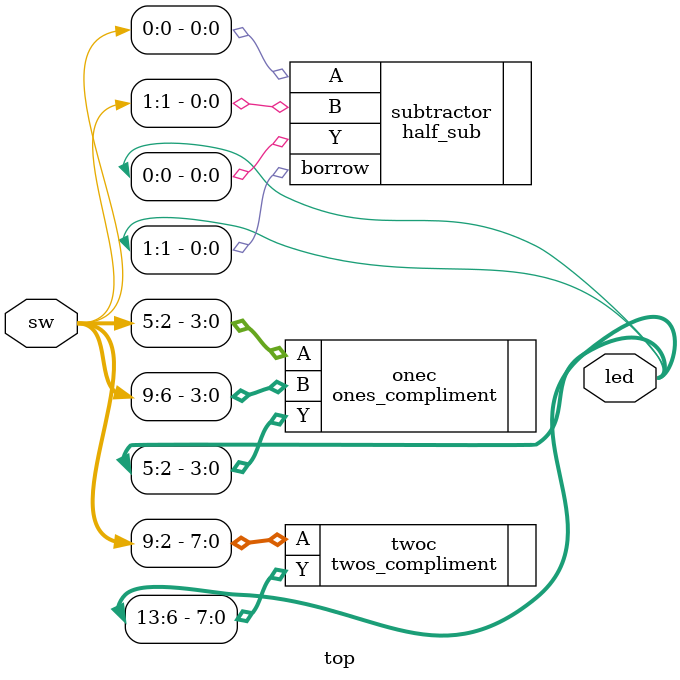
<source format=v>
module top(
    input [9:0] sw,
    output [13:0] led
);

half_sub subtractor(
    .A(sw[0]),
    .B(sw[1]),
    .Y(led[0]),
    .borrow(led[1])
);

ones_compliment onec(
    .A(sw[5:2]),
    .B(sw[9:6]),
    .Y(led[5:2])
);

twos_compliment twoc(
    .A(sw[9:2]),
    .Y(led[13:6])
);

endmodule
</source>
